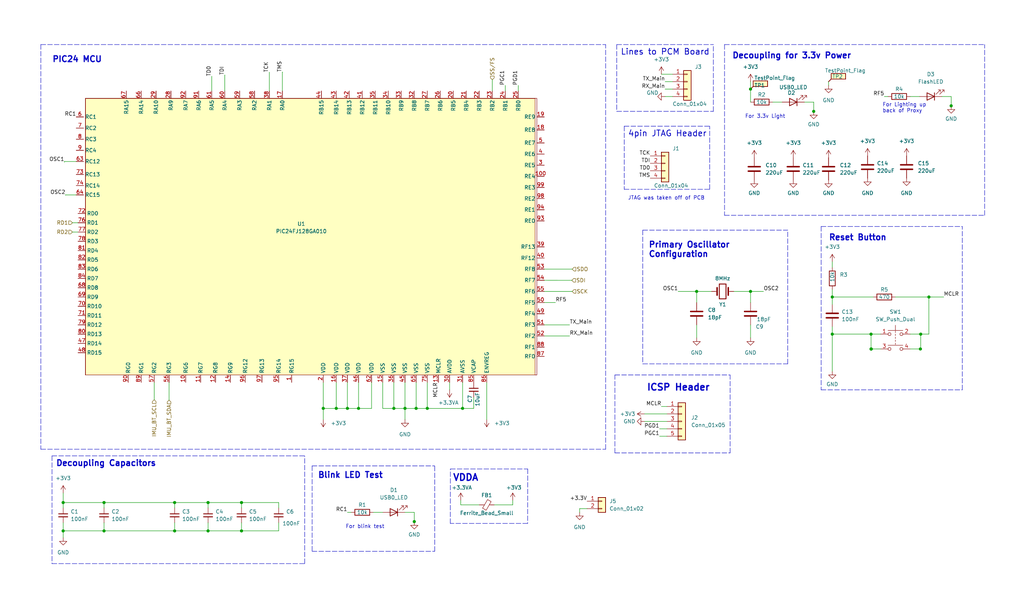
<source format=kicad_sch>
(kicad_sch (version 20211123) (generator eeschema)
  (paper "User" 350.012 210.007)
  (title_block (comment 1 "This sheet holds all the perpherial and required circuitry for PIC24 operations"))
  (lib_symbols
    (symbol "Connector:TestPoint_Flag" (pin_numbers hide) (pin_names (offset 0.762) hide)
      (property "Reference" "TP" (at 3.429 1.778 0))
      (property "Value" "TestPoint_Flag" (at 3.302 4.191 0))
      (symbol "TestPoint_Flag_0_1"
        (polyline (pts (xy 0 0) (xy 0.889 0.889)) (stroke (width 0.254)))
        (rectangle (start 0.889 2.794) (end 5.842 0.889) (stroke (width 0.254)) (fill (type background)))
      )
      (symbol "TestPoint_Flag_1_1"
        (pin passive line (at 0 0 90) (length 0) (name "1") (number "1"))
      )
    )
    (symbol "Connector_Generic:Conn_01x02" (pin_names (offset 1.016) hide)
      (property "Reference" "J" (at 0 2.54 0))
      (property "Value" "Conn_01x02" (at 0 -5.08 0))
      (symbol "Conn_01x02_1_1"
        (rectangle (start -1.27 -2.413) (end 0 -2.667) (stroke (width 0.1524)))
        (rectangle (start -1.27 0.127) (end 0 -0.127) (stroke (width 0.1524)))
        (rectangle (start -1.27 1.27) (end 1.27 -3.81) (stroke (width 0.254)) (fill (type background)))
        (pin passive line (at -5.08 0 0) (length 3.81) (name "Pin_1") (number "1"))
        (pin passive line (at -5.08 -2.54 0) (length 3.81) (name "Pin_2") (number "2"))
      )
    )
    (symbol "Connector_Generic:Conn_01x04" (pin_names (offset 1.016) hide)
      (property "Reference" "J" (at 0 5.08 0))
      (property "Value" "Conn_01x04" (at 0 -7.62 0))
      (symbol "Conn_01x04_1_1"
        (rectangle (start -1.27 -4.953) (end 0 -5.207) (stroke (width 0.1524)))
        (rectangle (start -1.27 -2.413) (end 0 -2.667) (stroke (width 0.1524)))
        (rectangle (start -1.27 0.127) (end 0 -0.127) (stroke (width 0.1524)))
        (rectangle (start -1.27 2.667) (end 0 2.413) (stroke (width 0.1524)))
        (rectangle (start -1.27 3.81) (end 1.27 -6.35) (stroke (width 0.254)) (fill (type background)))
        (pin passive line (at -5.08 2.54 0) (length 3.81) (name "Pin_1") (number "1"))
        (pin passive line (at -5.08 0 0) (length 3.81) (name "Pin_2") (number "2"))
        (pin passive line (at -5.08 -2.54 0) (length 3.81) (name "Pin_3") (number "3"))
        (pin passive line (at -5.08 -5.08 0) (length 3.81) (name "Pin_4") (number "4"))
      )
    )
    (symbol "Connector_Generic:Conn_01x05" (pin_names (offset 1.016) hide)
      (property "Reference" "J" (at 0 7.62 0))
      (property "Value" "Conn_01x05" (at 0 -7.62 0))
      (symbol "Conn_01x05_1_1"
        (rectangle (start -1.27 -4.953) (end 0 -5.207) (stroke (width 0.1524)))
        (rectangle (start -1.27 -2.413) (end 0 -2.667) (stroke (width 0.1524)))
        (rectangle (start -1.27 0.127) (end 0 -0.127) (stroke (width 0.1524)))
        (rectangle (start -1.27 2.667) (end 0 2.413) (stroke (width 0.1524)))
        (rectangle (start -1.27 5.207) (end 0 4.953) (stroke (width 0.1524)))
        (rectangle (start -1.27 6.35) (end 1.27 -6.35) (stroke (width 0.254)) (fill (type background)))
        (pin passive line (at -5.08 5.08 0) (length 3.81) (name "Pin_1") (number "1"))
        (pin passive line (at -5.08 2.54 0) (length 3.81) (name "Pin_2") (number "2"))
        (pin passive line (at -5.08 0 0) (length 3.81) (name "Pin_3") (number "3"))
        (pin passive line (at -5.08 -2.54 0) (length 3.81) (name "Pin_4") (number "4"))
        (pin passive line (at -5.08 -5.08 0) (length 3.81) (name "Pin_5") (number "5"))
      )
    )
    (symbol "Device:C" (pin_numbers hide) (pin_names (offset 0.254))
      (property "Reference" "C" (at 0.635 2.54 0))
      (property "Value" "C" (at 0.635 -2.54 0))
      (symbol "C_0_1"
        (polyline (pts (xy -2.032 -0.762) (xy 2.032 -0.762)) (stroke (width 0.508)))
        (polyline (pts (xy -2.032 0.762) (xy 2.032 0.762)) (stroke (width 0.508)))
      )
      (symbol "C_1_1"
        (pin passive line (at 0 3.81 270) (length 2.794) (name "~") (number "1"))
        (pin passive line (at 0 -3.81 90) (length 2.794) (name "~") (number "2"))
      )
    )
    (symbol "Device:C_Small" (pin_numbers hide) (pin_names (offset 0.254) hide)
      (property "Reference" "C" (at 0.254 1.778 0))
      (property "Value" "C_Small" (at 0.254 -2.032 0))
      (symbol "C_Small_0_1"
        (polyline (pts (xy -1.524 -0.508) (xy 1.524 -0.508)) (stroke (width 0.3302)))
        (polyline (pts (xy -1.524 0.508) (xy 1.524 0.508)) (stroke (width 0.3048)))
      )
      (symbol "C_Small_1_1"
        (pin passive line (at 0 2.54 270) (length 2.032) (name "~") (number "1"))
        (pin passive line (at 0 -2.54 90) (length 2.032) (name "~") (number "2"))
      )
    )
    (symbol "Device:Crystal" (pin_numbers hide) (pin_names (offset 1.016) hide)
      (property "Reference" "Y" (at 0 3.81 0))
      (property "Value" "Crystal" (at 0 -3.81 0))
      (symbol "Crystal_0_1"
        (rectangle (start -1.143 2.54) (end 1.143 -2.54) (stroke (width 0.3048)))
        (polyline (pts (xy -2.54 0) (xy -1.905 0)))
        (polyline (pts (xy -1.905 -1.27) (xy -1.905 1.27)) (stroke (width 0.508)))
        (polyline (pts (xy 1.905 -1.27) (xy 1.905 1.27)) (stroke (width 0.508)))
        (polyline (pts (xy 2.54 0) (xy 1.905 0)))
      )
      (symbol "Crystal_1_1"
        (pin passive line (at -3.81 0 0) (length 1.27) (name "1") (number "1"))
        (pin passive line (at 3.81 0 180) (length 1.27) (name "2") (number "2"))
      )
    )
    (symbol "Device:Ferrite_Bead_Small" (pin_numbers hide) (pin_names (offset 0))
      (property "Reference" "FB" (at 1.905 1.27 0))
      (property "Value" "Device_Ferrite_Bead_Small" (at 1.905 -1.27 0))
      (symbol "Ferrite_Bead_Small_0_1"
        (polyline (pts (xy 0 -1.27) (xy 0 -0.7874)))
        (polyline (pts (xy 0 0.889) (xy 0 1.2954)))
        (polyline (pts (xy -1.8288 0.2794) (xy -1.1176 1.4986) (xy 1.8288 -0.2032) (xy 1.1176 -1.4224) (xy -1.8288 0.2794)))
      )
      (symbol "Ferrite_Bead_Small_1_1"
        (pin passive line (at 0 2.54 270) (length 1.27) (name "~") (number "1"))
        (pin passive line (at 0 -2.54 90) (length 1.27) (name "~") (number "2"))
      )
    )
    (symbol "Device:LED" (pin_numbers hide) (pin_names (offset 1.016) hide)
      (property "Reference" "D" (at 0 2.54 0))
      (property "Value" "LED" (at 0 -2.54 0))
      (symbol "LED_0_1"
        (polyline (pts (xy -1.27 -1.27) (xy -1.27 1.27)) (stroke (width 0.254)))
        (polyline (pts (xy -1.27 0) (xy 1.27 0)))
        (polyline (pts (xy 1.27 -1.27) (xy 1.27 1.27) (xy -1.27 0) (xy 1.27 -1.27)) (stroke (width 0.254)))
        (polyline (pts (xy -3.048 -0.762) (xy -4.572 -2.286) (xy -3.81 -2.286) (xy -4.572 -2.286) (xy -4.572 -1.524)))
        (polyline (pts (xy -1.778 -0.762) (xy -3.302 -2.286) (xy -2.54 -2.286) (xy -3.302 -2.286) (xy -3.302 -1.524)))
      )
      (symbol "LED_1_1"
        (pin passive line (at -3.81 0 0) (length 2.54) (name "K") (number "1"))
        (pin passive line (at 3.81 0 180) (length 2.54) (name "A") (number "2"))
      )
    )
    (symbol "Device:R" (pin_numbers hide) (pin_names (offset 0))
      (property "Reference" "R" (at 2.032 0 90))
      (property "Value" "R" (at 0 0 90))
      (symbol "R_0_1"
        (rectangle (start -1.016 -2.54) (end 1.016 2.54) (stroke (width 0.254)))
      )
      (symbol "R_1_1"
        (pin passive line (at 0 3.81 270) (length 1.27) (name "~") (number "1"))
        (pin passive line (at 0 -3.81 90) (length 1.27) (name "~") (number "2"))
      )
    )
    (symbol "PIC24_AddedMCU:PIC24FJ128GA010"
      (property "Reference" "U" (at -0.635 1.905 0))
      (property "Value" "PIC24FJ128GA010" (at -0.635 -1.905 0))
      (symbol "PIC24FJ128GA010_0_1"
        (rectangle (start -73.66 45.085) (end 80.01 -49.53) (fill (type background)))
        (rectangle (start -73.66 45.085) (end 80.645 -49.53))
      )
      (symbol "PIC24FJ128GA010_1_1"
        (pin unspecified line (at -3.175 -52.07 90) (length 2.54) (name "RG15") (number "1"))
        (pin unspecified line (at -39.37 -52.07 90) (length 2.54) (name "RG6") (number "10"))
        (pin unspecified line (at 83.185 18.415 180) (length 2.54) (name "RE4") (number "100"))
        (pin unspecified line (at -34.29 -52.07 90) (length 2.54) (name "RG7") (number "11"))
        (pin unspecified line (at -29.21 -52.07 90) (length 2.54) (name "RG8") (number "12"))
        (pin unspecified line (at 46.99 -52.07 90) (length 2.54) (name "MCLR") (number "13"))
        (pin unspecified line (at -24.13 -52.07 90) (length 2.54) (name "RG9") (number "14"))
        (pin unspecified line (at 27.94 -52.07 90) (length 2.54) (name "VSS") (number "15"))
        (pin unspecified line (at 12.065 -52.07 90) (length 2.54) (name "VDD") (number "16"))
        (pin unspecified line (at -6.35 47.625 270) (length 2.54) (name "RA0") (number "17"))
        (pin unspecified line (at 83.185 34.29 180) (length 2.54) (name "RE8") (number "18"))
        (pin unspecified line (at 83.185 38.735 180) (length 2.54) (name "RE9") (number "19"))
        (pin unspecified line (at 7.62 -52.07 90) (length 2.54) (name "VDD") (number "2"))
        (pin unspecified line (at 52.07 47.625 270) (length 2.54) (name "RB5") (number "20"))
        (pin unspecified line (at 56.515 47.625 270) (length 2.54) (name "RB4") (number "21"))
        (pin unspecified line (at 60.96 47.625 270) (length 2.54) (name "RB3") (number "22"))
        (pin unspecified line (at 65.405 47.625 270) (length 2.54) (name "RB2") (number "23"))
        (pin unspecified line (at 69.85 47.625 270) (length 2.54) (name "RB1") (number "24"))
        (pin unspecified line (at 74.295 47.625 270) (length 2.54) (name "RB0") (number "25"))
        (pin unspecified line (at 47.625 47.625 270) (length 2.54) (name "RB6") (number "26"))
        (pin unspecified line (at 43.18 47.625 270) (length 2.54) (name "RB7") (number "27"))
        (pin unspecified line (at -44.45 47.625 270) (length 2.54) (name "RA9") (number "28"))
        (pin unspecified line (at -49.53 47.625 270) (length 2.54) (name "RA10") (number "29"))
        (pin unspecified line (at 83.185 22.225 180) (length 2.54) (name "RE5") (number "3"))
        (pin unspecified line (at 50.8 -52.07 90) (length 2.54) (name "AVDD") (number "30"))
        (pin unspecified line (at 55.245 -52.07 90) (length 2.54) (name "AVSS") (number "31"))
        (pin unspecified line (at 38.735 47.625 270) (length 2.54) (name "RB8") (number "32"))
        (pin unspecified line (at 34.29 47.625 270) (length 2.54) (name "RB9") (number "33"))
        (pin unspecified line (at 29.845 47.625 270) (length 2.54) (name "RB10") (number "34"))
        (pin unspecified line (at 25.4 47.625 270) (length 2.54) (name "RB11") (number "35"))
        (pin unspecified line (at 31.75 -52.07 90) (length 2.54) (name "VSS") (number "36"))
        (pin unspecified line (at 15.875 -52.07 90) (length 2.54) (name "VDD") (number "37"))
        (pin unspecified line (at -10.795 47.625 270) (length 2.54) (name "RA1") (number "38"))
        (pin unspecified line (at 83.185 -5.715 180) (length 2.54) (name "RF13") (number "39"))
        (pin unspecified line (at 83.185 26.035 180) (length 2.54) (name "RE6") (number "4"))
        (pin unspecified line (at 83.185 -9.525 180) (length 2.54) (name "RF12") (number "40"))
        (pin unspecified line (at 20.955 47.625 270) (length 2.54) (name "RB12") (number "41"))
        (pin unspecified line (at 16.51 47.625 270) (length 2.54) (name "RB13") (number "42"))
        (pin unspecified line (at 12.065 47.625 270) (length 2.54) (name "RB14") (number "43"))
        (pin unspecified line (at 6.985 47.625 270) (length 2.54) (name "RB15") (number "44"))
        (pin unspecified line (at 35.56 -52.07 90) (length 2.54) (name "VSS") (number "45"))
        (pin unspecified line (at 19.685 -52.07 90) (length 2.54) (name "VDD") (number "46"))
        (pin unspecified line (at -76.2 -38.735 0) (length 2.54) (name "RD14") (number "47"))
        (pin unspecified line (at -76.2 -41.91 0) (length 2.54) (name "RD15") (number "48"))
        (pin unspecified line (at 83.185 -28.575 180) (length 2.54) (name "RF4") (number "49"))
        (pin unspecified line (at 83.185 29.845 180) (length 2.54) (name "RE7") (number "5"))
        (pin unspecified line (at 83.185 -24.765 180) (length 2.54) (name "RF5") (number "50"))
        (pin unspecified line (at 83.185 -32.385 180) (length 2.54) (name "RF3") (number "51"))
        (pin unspecified line (at 83.185 -36.195 180) (length 2.54) (name "RF2") (number "52"))
        (pin unspecified line (at 83.185 -13.335 180) (length 2.54) (name "RF8") (number "53"))
        (pin unspecified line (at 83.185 -17.145 180) (length 2.54) (name "RF7") (number "54"))
        (pin unspecified line (at 83.185 -20.955 180) (length 2.54) (name "RF6") (number "55"))
        (pin unspecified line (at -45.085 -52.07 90) (length 2.54) (name "RG3") (number "56"))
        (pin unspecified line (at -50.165 -52.07 90) (length 2.54) (name "RG2") (number "57"))
        (pin unspecified line (at -15.875 47.625 270) (length 2.54) (name "RA2") (number "58"))
        (pin unspecified line (at -20.955 47.625 270) (length 2.54) (name "RA3") (number "59"))
        (pin unspecified line (at -76.835 38.735 0) (length 2.54) (name "RC1") (number "6"))
        (pin unspecified line (at -26.035 47.625 270) (length 2.54) (name "RA4") (number "60"))
        (pin unspecified line (at -30.48 47.625 270) (length 2.54) (name "RA5") (number "61"))
        (pin unspecified line (at 24.13 -52.07 90) (length 2.54) (name "VDD") (number "62"))
        (pin unspecified line (at -76.835 23.495 0) (length 2.54) (name "RC12") (number "63"))
        (pin unspecified line (at -76.835 12.065 0) (length 2.54) (name "RC15") (number "64"))
        (pin unspecified line (at 39.37 -52.07 90) (length 2.54) (name "VSS") (number "65"))
        (pin unspecified line (at -54.61 47.625 270) (length 2.54) (name "RA14") (number "66"))
        (pin unspecified line (at -59.69 47.625 270) (length 2.54) (name "RA15") (number "67"))
        (pin unspecified line (at -76.2 -19.685 0) (length 2.54) (name "RD8") (number "68"))
        (pin unspecified line (at -76.2 -22.86 0) (length 2.54) (name "RD9") (number "69"))
        (pin unspecified line (at -76.835 34.925 0) (length 2.54) (name "RC2") (number "7"))
        (pin unspecified line (at -76.2 -26.035 0) (length 2.54) (name "RD10") (number "70"))
        (pin unspecified line (at -76.2 -29.21 0) (length 2.54) (name "RD11") (number "71"))
        (pin unspecified line (at -76.2 5.715 0) (length 2.54) (name "RD0") (number "72"))
        (pin unspecified line (at -76.835 19.05 0) (length 2.54) (name "RC13") (number "73"))
        (pin unspecified line (at -76.835 15.24 0) (length 2.54) (name "RC14") (number "74"))
        (pin unspecified line (at 43.18 -52.07 90) (length 2.54) (name "VSS") (number "75"))
        (pin unspecified line (at -76.2 2.54 0) (length 2.54) (name "RD1") (number "76"))
        (pin unspecified line (at -76.2 -0.635 0) (length 2.54) (name "RD2") (number "77"))
        (pin unspecified line (at -76.2 -3.81 0) (length 2.54) (name "RD3") (number "78"))
        (pin unspecified line (at -76.2 -32.385 0) (length 2.54) (name "RD12") (number "79"))
        (pin unspecified line (at -76.835 31.115 0) (length 2.54) (name "RC3") (number "8"))
        (pin unspecified line (at -76.2 -35.56 0) (length 2.54) (name "RD13") (number "80"))
        (pin unspecified line (at -76.2 -6.985 0) (length 2.54) (name "RD4") (number "81"))
        (pin unspecified line (at -76.2 -10.16 0) (length 2.54) (name "RD5") (number "82"))
        (pin unspecified line (at -76.2 -13.335 0) (length 2.54) (name "RD6") (number "83"))
        (pin unspecified line (at -76.2 -16.51 0) (length 2.54) (name "RD7") (number "84"))
        (pin unspecified line (at 59.055 -52.07 90) (length 2.54) (name "VCAP") (number "85"))
        (pin unspecified line (at 63.5 -52.07 90) (length 2.54) (name "ENVREG") (number "86"))
        (pin unspecified line (at 83.185 -43.18 180) (length 2.54) (name "RF0") (number "87"))
        (pin unspecified line (at 83.185 -40.005 180) (length 2.54) (name "RF1") (number "88"))
        (pin unspecified line (at -54.61 -52.07 90) (length 2.54) (name "RG1") (number "89"))
        (pin unspecified line (at -76.835 27.305 0) (length 2.54) (name "RC4") (number "9"))
        (pin unspecified line (at -59.055 -52.07 90) (length 2.54) (name "RG0") (number "90"))
        (pin unspecified line (at -34.925 47.625 270) (length 2.54) (name "RA6") (number "91"))
        (pin unspecified line (at -39.37 47.625 270) (length 2.54) (name "RA7") (number "92"))
        (pin unspecified line (at 83.185 3.175 180) (length 2.54) (name "RE0") (number "93"))
        (pin unspecified line (at 83.185 6.985 180) (length 2.54) (name "RE1") (number "94"))
        (pin unspecified line (at -7.62 -52.07 90) (length 2.54) (name "RG14") (number "95"))
        (pin unspecified line (at -19.05 -52.07 90) (length 2.54) (name "RG12") (number "96"))
        (pin unspecified line (at -13.335 -52.07 90) (length 2.54) (name "RG13") (number "97"))
        (pin unspecified line (at 83.185 10.795 180) (length 2.54) (name "RE2") (number "98"))
        (pin unspecified line (at 83.185 14.605 180) (length 2.54) (name "RE3") (number "99"))
      )
    )
    (symbol "Switch:SW_Push_Dual" (pin_names (offset 1.016) hide)
      (property "Reference" "SW" (at 1.27 2.54 0))
      (property "Value" "SW_Push_Dual" (at 0 -6.858 0))
      (symbol "SW_Push_Dual_0_1"
        (circle (center -2.032 -5.08) (radius 0.508))
        (circle (center -2.032 0) (radius 0.508))
        (polyline (pts (xy 0 -3.048) (xy 0 -3.556)))
        (polyline (pts (xy 0 -2.032) (xy 0 -2.54)))
        (polyline (pts (xy 0 -1.524) (xy 0 -1.016)))
        (polyline (pts (xy 0 -0.508) (xy 0 0)))
        (polyline (pts (xy 0 0.508) (xy 0 1.016)))
        (polyline (pts (xy 0 1.27) (xy 0 3.048)))
        (polyline (pts (xy 2.54 -3.81) (xy -2.54 -3.81)))
        (polyline (pts (xy 2.54 1.27) (xy -2.54 1.27)))
        (circle (center 2.032 -5.08) (radius 0.508))
        (circle (center 2.032 0) (radius 0.508))
        (pin passive line (at -5.08 0 0) (length 2.54) (name "1") (number "1"))
        (pin passive line (at 5.08 0 180) (length 2.54) (name "2") (number "2"))
        (pin passive line (at -5.08 -5.08 0) (length 2.54) (name "3") (number "3"))
        (pin passive line (at 5.08 -5.08 180) (length 2.54) (name "4") (number "4"))
      )
    )
    (symbol "power:+3.3V" (power) (pin_names (offset 0))
      (property "Value" "+3.3V" (at 0 3.556 0))
      (symbol "+3.3V_0_1"
        (polyline (pts (xy -0.762 1.27) (xy 0 2.54)))
        (polyline (pts (xy 0 0) (xy 0 2.54)))
        (polyline (pts (xy 0 2.54) (xy 0.762 1.27)))
      )
      (symbol "+3.3V_1_1"
        (pin power_in line (at 0 0 90) (length 0) hide (name "+3V3") (number "1"))
      )
    )
    (symbol "power:+3.3VA" (power) (pin_names (offset 0))
      (property "Value" "+3.3VA" (at 0 3.556 0))
      (symbol "+3.3VA_0_1"
        (polyline (pts (xy -0.762 1.27) (xy 0 2.54)))
        (polyline (pts (xy 0 0) (xy 0 2.54)))
        (polyline (pts (xy 0 2.54) (xy 0.762 1.27)))
      )
      (symbol "+3.3VA_1_1"
        (pin power_in line (at 0 0 90) (length 0) hide (name "+3.3VA") (number "1"))
      )
    )
    (symbol "power:GND" (power) (pin_names (offset 0))
      (property "Value" "GND" (at 0 -3.81 0))
      (symbol "GND_0_1"
        (polyline (pts (xy 0 0) (xy 0 -1.27) (xy 1.27 -1.27) (xy 0 -2.54) (xy -1.27 -1.27) (xy 0 -1.27)))
      )
      (symbol "GND_1_1"
        (pin power_in line (at 0 0 270) (length 0) hide (name "GND") (number "1"))
      )
    )
  )
  (junction (at 297.7299 114.3))
  (junction (at 59.69 181.61))
  (junction (at 71.12 181.61))
  (junction (at 21.59 181.61))
  (junction (at 158.115 139.7))
  (junction (at 110.49 139.7))
  (junction (at 284.48 101.6))
  (junction (at 314.5968 119.38))
  (junction (at 238.125 99.695))
  (junction (at 71.12 171.9164))
  (junction (at 35.56 181.61))
  (junction (at 317.5 101.6))
  (junction (at 256.54 99.695))
  (junction (at 82.55 171.9164))
  (junction (at 146.05 139.7))
  (junction (at 297.7299 119.3891))
  (junction (at 134.62 139.7))
  (junction (at 114.935 139.7))
  (junction (at 314.7 114.3))
  (junction (at 21.59 171.9164))
  (junction (at 297.815 119.3891))
  (junction (at 141.605 178.435))
  (junction (at 118.745 139.7))
  (junction (at 82.55 181.61))
  (junction (at 278.13 38.1))
  (junction (at 256.54 30.48))
  (junction (at 325.12 36.195))
  (junction (at 122.555 139.7))
  (junction (at 284.48 114.3))
  (junction (at 59.69 171.9164))
  (junction (at 138.43 139.7))
  (junction (at 35.56 171.9164))
  (junction (at 142.24 139.7))
  (wire (pts (xy 95.25 181.61) (xy 82.55 181.61)))
  (wire (pts (xy 35.56 173.7449) (xy 35.56 171.9164)))
  (wire (pts (xy 71.12 173.7449) (xy 71.12 171.9164)))
  (polyline (pts (xy 148.59 188.595) (xy 148.59 159.385)))
  (wire (pts (xy 26.035 66.675) (xy 22.3774 66.675)))
  (wire (pts (xy 284.48 101.6) (xy 284.48 104.14)))
  (wire (pts (xy 138.43 139.7) (xy 138.43 143.51)))
  (polyline (pts (xy 210.185 154.94) (xy 210.185 128.27)))
  (polyline (pts (xy 104.14 192.7949) (xy 104.14 155.9649)))
  (polyline (pts (xy 247.65 15.24) (xy 336.55 15.24)))
  (wire (pts (xy 130.81 130.81) (xy 130.81 139.7)))
  (wire (pts (xy 189.865 103.505) (xy 186.055 103.505)))
  (wire (pts (xy 96.52 31.115) (xy 96.52 24.6634)))
  (wire (pts (xy 278.1299 34.925) (xy 278.1299 38.1)))
  (wire (pts (xy 225.425 149.225) (xy 227.965 149.225)))
  (wire (pts (xy 278.1299 38.1) (xy 278.13 38.1)))
  (polyline (pts (xy 210.82 38.1) (xy 243.84 38.1)))
  (polyline (pts (xy 210.82 15.24) (xy 210.82 38.1)))
  (wire (pts (xy 76.835 31.115) (xy 76.835 25.6794)))
  (wire (pts (xy 35.56 181.61) (xy 59.69 181.61)))
  (wire (pts (xy 110.49 139.7) (xy 114.935 139.7)))
  (wire (pts (xy 284.48 99.06) (xy 284.48 101.6)))
  (wire (pts (xy 52.705 136.75) (xy 52.705 130.81)))
  (wire (pts (xy 284.48 111.76) (xy 284.48 114.3)))
  (polyline (pts (xy 13.97 15.24) (xy 13.97 153.67)))
  (polyline (pts (xy 328.93 133.35) (xy 328.93 77.47)))
  (wire (pts (xy 71.12 171.9164) (xy 59.69 171.9164)))
  (wire (pts (xy 314.7 114.3) (xy 314.7 119.38)))
  (wire (pts (xy 57.785 136.8677) (xy 57.785 130.81)))
  (wire (pts (xy 198.12 175.26) (xy 198.12 173.99)))
  (wire (pts (xy 92.075 24.765) (xy 92.0242 24.765)))
  (wire (pts (xy 24.765 76.2) (xy 26.67 76.2)))
  (polyline (pts (xy 207.01 153.67) (xy 207.01 15.24)))
  (wire (pts (xy 172.72 29.21) (xy 172.72 31.115)))
  (wire (pts (xy 127.635 175.26) (xy 130.81 175.26)))
  (wire (pts (xy 141.6049 175.26) (xy 141.6049 178.435)))
  (wire (pts (xy 317.5 101.6) (xy 322.58 101.6)))
  (wire (pts (xy 238.125 99.695) (xy 238.125 103.505)))
  (wire (pts (xy 59.69 173.7449) (xy 59.69 171.9164)))
  (wire (pts (xy 317.5 114.3) (xy 317.5 101.6)))
  (polyline (pts (xy 153.9655 160.4381) (xy 180.3815 160.4381)))
  (wire (pts (xy 157.48 172.72) (xy 163.83 172.72)))
  (polyline (pts (xy 249.555 154.94) (xy 249.555 128.27)))
  (polyline (pts (xy 210.185 128.27) (xy 249.555 128.27)))
  (wire (pts (xy 138.43 175.26) (xy 141.6049 175.26)))
  (wire (pts (xy 256.54 99.695) (xy 260.985 99.695)))
  (wire (pts (xy 71.12 178.8249) (xy 71.12 181.61)))
  (wire (pts (xy 21.59 168.6649) (xy 21.59 171.9164)))
  (polyline (pts (xy 247.65 73.66) (xy 336.55 73.66)))
  (wire (pts (xy 186.055 99.695) (xy 195.58 99.695)))
  (polyline (pts (xy 106.68 159.385) (xy 106.68 188.595)))
  (wire (pts (xy 314.7 119.38) (xy 314.5968 119.38)))
  (polyline (pts (xy 242.57 64.77) (xy 242.57 43.18)))
  (wire (pts (xy 127 130.81) (xy 127 139.7)))
  (wire (pts (xy 82.55 173.7449) (xy 82.55 171.9164)))
  (wire (pts (xy 114.935 130.81) (xy 114.935 139.7)))
  (wire (pts (xy 225.425 146.685) (xy 227.965 146.685)))
  (wire (pts (xy 82.55 178.8249) (xy 82.55 181.61)))
  (polyline (pts (xy 219.71 78.74) (xy 219.71 124.46)))
  (wire (pts (xy 298.45 101.6) (xy 284.48 101.6)))
  (wire (pts (xy 157.48 172.72) (xy 157.48 171.196)))
  (wire (pts (xy 130.81 139.7) (xy 134.62 139.7)))
  (wire (pts (xy 194.691 114.935) (xy 186.055 114.935)))
  (wire (pts (xy 161.925 139.7) (xy 158.115 139.7)))
  (polyline (pts (xy 13.97 15.24) (xy 207.01 15.24)))
  (wire (pts (xy 168.275 27.2821) (xy 168.275 31.115)))
  (wire (pts (xy 311.15 119.38) (xy 314.5968 119.38)))
  (polyline (pts (xy 213.36 43.18) (xy 242.57 43.18)))
  (wire (pts (xy 146.05 130.81) (xy 146.05 139.7)))
  (wire (pts (xy 194.691 111.125) (xy 186.055 111.125)))
  (polyline (pts (xy 210.82 15.24) (xy 243.84 15.24)))
  (wire (pts (xy 311.15 114.3) (xy 314.7 114.3)))
  (wire (pts (xy 35.56 171.9164) (xy 59.69 171.9164)))
  (polyline (pts (xy 17.78 155.9649) (xy 104.14 155.9649)))
  (wire (pts (xy 24.765 79.375) (xy 26.67 79.375)))
  (wire (pts (xy 161.925 135.89) (xy 161.925 139.7)))
  (wire (pts (xy 238.125 111.125) (xy 238.125 115.57)))
  (wire (pts (xy 138.43 139.7) (xy 142.24 139.7)))
  (wire (pts (xy 110.49 130.81) (xy 110.49 139.7)))
  (polyline (pts (xy 243.84 38.1) (xy 243.84 15.24)))
  (polyline (pts (xy 180.34 179.07) (xy 153.924 179.07)))
  (wire (pts (xy 297.7299 114.3) (xy 300.99 114.3)))
  (wire (pts (xy 231.775 99.695) (xy 238.125 99.695)))
  (wire (pts (xy 256.54 111.125) (xy 256.54 115.57)))
  (wire (pts (xy 186.055 95.885) (xy 195.4497 95.8967)))
  (wire (pts (xy 72.39 26.1366) (xy 72.4154 26.1366)))
  (wire (pts (xy 284.48 114.3) (xy 297.7299 114.3)))
  (polyline (pts (xy 280.67 133.35) (xy 328.93 133.35)))
  (wire (pts (xy 122.555 130.81) (xy 122.555 139.7)))
  (wire (pts (xy 21.59 171.9164) (xy 21.59 173.7449)))
  (wire (pts (xy 142.24 139.7) (xy 146.05 139.7)))
  (wire (pts (xy 284.48 89.535) (xy 284.48 91.44)))
  (wire (pts (xy 168.91 172.72) (xy 175.26 172.72)))
  (wire (pts (xy 21.59 178.8249) (xy 21.59 181.61)))
  (wire (pts (xy 175.26 172.72) (xy 175.26 171.196)))
  (wire (pts (xy 186.055 92.075) (xy 195.58 92.075)))
  (wire (pts (xy 21.59 181.61) (xy 21.59 183.9049)))
  (wire (pts (xy 138.43 130.81) (xy 138.43 139.7)))
  (wire (pts (xy 177.165 29.21) (xy 177.165 31.115)))
  (wire (pts (xy 95.25 173.7449) (xy 95.25 171.9164)))
  (polyline (pts (xy 17.78 155.9649) (xy 17.78 192.7949)))
  (wire (pts (xy 122.555 139.7) (xy 127 139.7)))
  (polyline (pts (xy 219.71 124.46) (xy 269.24 124.46)))
  (wire (pts (xy 118.745 175.26) (xy 120.015 175.26)))
  (wire (pts (xy 95.25 178.8249) (xy 95.25 181.61)))
  (wire (pts (xy 72.39 31.115) (xy 72.39 26.1366)))
  (wire (pts (xy 297.7299 114.3) (xy 297.7299 119.3891)))
  (wire (pts (xy 141.6049 178.435) (xy 141.605 178.435)))
  (wire (pts (xy 220.345 141.605) (xy 227.965 141.605)))
  (polyline (pts (xy 210.185 154.94) (xy 249.555 154.94)))
  (polyline (pts (xy 180.3815 160.4381) (xy 180.34 179.07)))
  (polyline (pts (xy 336.55 73.66) (xy 336.55 15.24)))
  (polyline (pts (xy 219.71 78.74) (xy 269.24 78.74)))
  (polyline (pts (xy 280.67 77.47) (xy 328.93 77.47)))
  (wire (pts (xy 238.125 99.695) (xy 243.205 99.695)))
  (wire (pts (xy 227.33 30.48) (xy 229.87 30.48)))
  (wire (pts (xy 134.62 130.81) (xy 134.62 139.7)))
  (wire (pts (xy 35.56 178.8249) (xy 35.56 181.61)))
  (wire (pts (xy 142.24 130.81) (xy 142.24 139.7)))
  (wire (pts (xy 59.69 178.8249) (xy 59.69 181.61)))
  (wire (pts (xy 92.075 31.115) (xy 92.075 24.765)))
  (wire (pts (xy 220.345 144.145) (xy 227.965 144.145)))
  (wire (pts (xy 146.05 139.7) (xy 158.115 139.7)))
  (polyline (pts (xy 247.65 15.24) (xy 247.65 73.66)))
  (wire (pts (xy 114.935 139.7) (xy 118.745 139.7)))
  (wire (pts (xy 118.745 139.7) (xy 122.555 139.7)))
  (wire (pts (xy 314.7 114.3) (xy 317.5 114.3)))
  (polyline (pts (xy 280.67 77.47) (xy 280.67 133.35)))
  (wire (pts (xy 226.06 25.4) (xy 229.87 25.4)))
  (wire (pts (xy 274.955 34.925) (xy 278.1299 34.925)))
  (polyline (pts (xy 213.36 43.18) (xy 213.36 64.77)))
  (polyline (pts (xy 269.24 124.46) (xy 269.24 78.74)))
  (wire (pts (xy 325.1199 33.02) (xy 325.1199 36.195)))
  (wire (pts (xy 226.06 139.065) (xy 227.965 139.065)))
  (wire (pts (xy 118.745 130.81) (xy 118.745 139.7)))
  (wire (pts (xy 35.56 181.61) (xy 21.59 181.61)))
  (wire (pts (xy 22.3774 66.675) (xy 22.3774 66.7766)))
  (polyline (pts (xy 106.68 159.385) (xy 148.59 159.385)))
  (wire (pts (xy 325.1199 36.195) (xy 325.12 36.195)))
  (wire (pts (xy 300.99 119.38) (xy 297.815 119.3891)))
  (wire (pts (xy 35.56 171.9164) (xy 21.59 171.9164)))
  (wire (pts (xy 227.33 27.94) (xy 229.87 27.94)))
  (wire (pts (xy 71.12 181.61) (xy 59.69 181.61)))
  (wire (pts (xy 311.15 33.02) (xy 314.325 33.02)))
  (wire (pts (xy 96.52 24.6634) (xy 96.5962 24.6634)))
  (wire (pts (xy 26.035 55.245) (xy 22.0218 55.245)))
  (wire (pts (xy 134.62 139.7) (xy 138.43 139.7)))
  (wire (pts (xy 166.37 130.81) (xy 166.37 143.51)))
  (wire (pts (xy 22.0218 55.245) (xy 22.0218 55.499)))
  (wire (pts (xy 110.49 139.7) (xy 110.49 143.51)))
  (wire (pts (xy 82.55 171.9164) (xy 95.25 171.9164)))
  (wire (pts (xy 256.54 30.48) (xy 256.54 34.925)))
  (wire (pts (xy 321.945 33.02) (xy 325.1199 33.02)))
  (polyline (pts (xy 213.36 64.77) (xy 242.57 64.77)))
  (wire (pts (xy 227.33 33.02) (xy 229.87 33.02)))
  (wire (pts (xy 256.54 99.695) (xy 256.54 103.505)))
  (wire (pts (xy 264.16 34.925) (xy 267.335 34.925)))
  (wire (pts (xy 302.26 33.02) (xy 303.53 33.02)))
  (polyline (pts (xy 13.97 153.67) (xy 207.01 153.67)))
  (wire (pts (xy 198.12 173.99) (xy 200.66 173.99)))
  (wire (pts (xy 250.825 99.695) (xy 256.54 99.695)))
  (wire (pts (xy 153.67 130.81) (xy 153.67 133.35)))
  (wire (pts (xy 82.55 181.61) (xy 71.12 181.61)))
  (wire (pts (xy 283.21 27.94) (xy 283.21 29.21)))
  (wire (pts (xy 158.115 139.7) (xy 158.115 130.81)))
  (polyline (pts (xy 106.68 188.595) (xy 148.59 188.595)))
  (wire (pts (xy 71.12 171.9164) (xy 82.55 171.9164)))
  (polyline (pts (xy 17.78 192.7949) (xy 104.14 192.7949)))
  (polyline (pts (xy 153.924 179.07) (xy 153.9655 160.4381)))
  (wire (pts (xy 256.54 27.94) (xy 256.54 30.48)))
  (wire (pts (xy 76.835 25.6794) (xy 76.8858 25.6794)))
  (wire (pts (xy 297.7299 119.3891) (xy 297.815 119.3891)))
  (wire (pts (xy 284.48 114.3) (xy 284.48 127)))
  (wire (pts (xy 306.07 101.6) (xy 317.5 101.6)))
  (text "4pin JTAG Header\n" (at 214.63 46.99 0) (effects (font (size 2 2) (thickness 0.254) bold) (justify left bottom)))
  (text "PIC24 MCU" (at 17.78 21.59 0) (effects (font (size 2 2) (thickness 0.4) bold) (justify left bottom)))
  (text "For 3.3v Light" (at 254.635 40.64 0) (effects (font (size 1.27 1.27)) (justify left bottom)))
  (text "ICSP Header" (at 220.98 133.985 0) (effects (font (size 2.26 2.26) (thickness 0.452) bold) (justify left bottom)))
  (text "Primary Oscillator\nConfiguration\n" (at 221.615 88.265 0) (effects (font (size 2 2) (thickness 0.4) bold) (justify left bottom)))
  (text "VDDA" (at 154.686 164.846 0) (effects (font (size 2.2606 2.2606) (thickness 0.4521) bold) (justify left bottom)))
  (text "JTAG was taken off of PCB" (at 214.63 68.58 0) (effects (font (size 1.27 1.27)) (justify left bottom)))
  (text "For Lighting up \nback of Proxy\n" (at 301.625 38.735 0) (effects (font (size 1.27 1.27)) (justify left bottom)))
  (text "For blink test" (at 118.11 180.975 0) (effects (font (size 1.27 1.27)) (justify left bottom)))
  (text "Lines to PCM Board\n" (at 212.09 19.05 0) (effects (font (size 2 2) (thickness 0.254) bold) (justify left bottom)))
  (text "Decoupling Capacitors" (at 19.05 159.7749 0) (effects (font (size 2 2) (thickness 0.4) bold) (justify left bottom)))
  (text "Reset Button" (at 283.21 82.55 0) (effects (font (size 2 2) (thickness 0.4) bold) (justify left bottom)))
  (text "Blink LED Test" (at 108.585 163.83 0) (effects (font (size 2 2) (thickness 0.4) bold) (justify left bottom)))
  (text "Decoupling for 3.3v Power" (at 250.19 20.32 0) (effects (font (size 2 2) (thickness 0.4) bold) (justify left bottom)))
  (label "OSC2" (at 260.985 99.695 0))
  (label "TD0" (at 72.4154 26.1366 90))
  (label "TMS" (at 222.25 60.96 180))
  (label "TX_Main" (at 227.33 27.94 180))
  (label "RF5" (at 189.865 103.505 0))
  (label "RC1" (at 26.035 40.005 180))
  (label "MCLR" (at 226.06 139.065 180))
  (label "PGD1" (at 177.165 29.21 90))
  (label "MCLR" (at 149.86 130.81 270))
  (label "RX_Main" (at 194.691 114.935 0))
  (label "TCK" (at 222.25 53.34 180))
  (label "OSC1" (at 22.0218 55.499 180))
  (label "TCK" (at 92.0242 24.765 90))
  (label "TMS" (at 96.5962 24.6634 90))
  (label "PGC1" (at 172.72 29.21 90))
  (label "RF5" (at 302.26 33.02 180))
  (label "PGD1" (at 225.425 146.685 180))
  (label "PGC1" (at 225.425 149.225 180))
  (label "OSC2" (at 22.3774 66.7766 180))
  (label "RX_Main" (at 227.33 30.48 180))
  (label "TX_Main" (at 194.691 111.125 0))
  (label "RC1" (at 118.745 175.26 180))
  (label "TD0" (at 222.25 58.42 180))
  (label "TDI" (at 222.25 55.88 180))
  (label "TDI" (at 76.8858 25.6794 90))
  (label "+3.3V" (at 200.66 171.45 180))
  (label "MCLR" (at 322.58 101.6 0))
  (label "OSC1" (at 231.775 99.695 180))
  (hierarchical_label "IMU_BT_SDA" (shape input) (at 57.785 136.8677 270))
  (hierarchical_label "RD2" (shape input) (at 24.765 79.375 180))
  (hierarchical_label "SS{slash}FS" (shape input) (at 168.275 27.2821 90))
  (hierarchical_label "SDI" (shape input) (at 195.4497 95.8967 0))
  (hierarchical_label "SCK" (shape input) (at 195.58 99.695 0))
  (hierarchical_label "IMU_BT_SCL" (shape input) (at 52.705 136.75 270))
  (hierarchical_label "SDO" (shape input) (at 195.58 92.075 0))
  (hierarchical_label "RD1" (shape input) (at 24.765 76.2 180))
  (symbol (lib_id "power:+3.3V") (at 256.54 27.94 0) (unit 1)
    (property "Reference" "#PWR015" (effects hide))
    (property "Value" "+3.3V" (at 256.54 22.86 0))
  )
  (symbol (lib_id "power:+3.3V") (at 166.37 143.51 180) (unit 1)
    (property "Reference" "#PWR08" (effects hide))
    (property "Value" "+3.3V" (at 168.91 144.7799 0) (effects (justify right)))
  )
  (symbol (lib_id "power:GND") (at 283.21 29.21 0) (unit 1)
    (property "Reference" "#PWR?" (effects hide))
    (property "Value" "GND" (at 283.21 34.29 0))
  )
  (symbol (lib_id "Device:Ferrite_Bead_Small") (at 166.37 172.72 270) (unit 1)
    (property "Reference" "FB1" (at 166.37 169.418 90))
    (property "Value" "Ferrite_Bead_Small" (at 166.37 175.514 90))
    (property "Footprint" "Inductor_SMD:L_0805_2012Metric" (effects hide))
    (property "MPN" "ILBB0805ER121V" (effects hide))
  )
  (symbol (lib_id "power:GND") (at 238.125 115.57 0) (unit 1)
    (property "Reference" "#PWR014" (effects hide))
    (property "Value" "GND" (at 238.125 120.65 0))
  )
  (symbol (lib_id "Switch:SW_Push_Dual") (at 306.07 114.3 0) (unit 1)
    (property "Reference" "SW1" (at 306.07 106.68 0))
    (property "Value" "SW_Push_Dual" (at 306.07 109.22 0))
    (property "Footprint" "B3F-1000:SW_B3F-1000" (effects hide))
    (property "Datasheet" "https://omronfs.omron.com/en_US/ecb/products/pdf/en-b3f.pdf" (effects hide))
  )
  (symbol (lib_id "Device:C_Small") (at 35.56 176.2849 0) (unit 1)
    (property "Reference" "C2" (at 38.1 175.0211 0) (effects (justify left)))
    (property "Value" "100nF" (at 38.1 177.5611 0) (effects (justify left)))
    (property "Footprint" "Capacitor_SMD:C_0603_1608Metric" (effects hide))
  )
  (symbol (lib_id "Device:R") (at 284.48 95.25 0) (unit 1)
    (property "Reference" "R3" (at 287.02 93.9799 0) (effects (justify left)))
    (property "Value" "10k" (at 284.48 96.52 90) (effects (justify left)))
    (property "Footprint" "Resistor_SMD:R_0603_1608Metric" (effects hide))
  )
  (symbol (lib_id "Device:C") (at 238.125 107.315 180) (unit 1)
    (property "Reference" "C8" (at 241.935 106.0449 0) (effects (justify right)))
    (property "Value" "18pF" (at 241.935 108.5849 0) (effects (justify right)))
    (property "Footprint" "Capacitor_SMD:C_0603_1608Metric" (effects hide))
  )
  (symbol (lib_id "Device:C_Small") (at 71.12 176.2849 0) (unit 1)
    (property "Reference" "C4" (at 73.66 175.0211 0) (effects (justify left)))
    (property "Value" "100nF" (at 73.66 177.5611 0) (effects (justify left)))
    (property "Footprint" "Capacitor_SMD:C_0603_1608Metric" (effects hide))
  )
  (symbol (lib_id "Device:C") (at 283.21 57.785 0) (unit 1)
    (property "Reference" "C12" (at 287.02 56.5149 0) (effects (justify left)))
    (property "Value" "220uF" (at 287.02 59.0549 0) (effects (justify left)))
    (property "Footprint" "Capacitor_SMD:C_1210_3225Metric" (effects hide))
  )
  (symbol (lib_id "Device:C_Small") (at 82.55 176.2849 0) (unit 1)
    (property "Reference" "C5" (at 85.09 175.0211 0) (effects (justify left)))
    (property "Value" "100nF" (at 85.09 177.5611 0) (effects (justify left)))
    (property "Footprint" "Capacitor_SMD:C_0603_1608Metric" (effects hide))
  )
  (symbol (lib_id "power:+3.3V") (at 220.345 141.605 90) (unit 1)
    (property "Reference" "#PWR010" (effects hide))
    (property "Value" "+3.3V" (at 217.17 141.6049 90) (effects (justify left)))
  )
  (symbol (lib_id "Device:C_Small") (at 161.925 133.35 0) (unit 1)
    (property "Reference" "C7" (at 160.655 137.795 90) (effects (justify left)))
    (property "Value" "10uF" (at 163.195 139.065 90) (effects (justify left)))
    (property "Footprint" "Capacitor_SMD:C_0603_1608Metric" (effects hide))
  )
  (symbol (lib_id "Device:LED") (at 134.62 175.26 180) (unit 1)
    (property "Reference" "D1" (at 134.62 167.64 0))
    (property "Value" "USB0_LED" (at 134.62 170.18 0))
    (property "Footprint" "Diode_SMD:D_0603_1608Metric" (effects hide))
  )
  (symbol (lib_id "power:+3.3V") (at 226.06 25.4 0) (unit 1)
    (property "Reference" "#PWR012" (effects hide))
    (property "Value" "+3.3V" (at 226.06 20.32 0))
  )
  (symbol (lib_id "Device:C") (at 271.145 57.785 0) (unit 1)
    (property "Reference" "C11" (at 274.32 56.5149 0) (effects (justify left)))
    (property "Value" "220uF" (at 274.32 59.0549 0) (effects (justify left)))
    (property "Footprint" "Capacitor_SMD:C_1210_3225Metric" (effects hide))
  )
  (symbol (lib_id "Device:R") (at 302.26 101.6 90) (unit 1)
    (property "Reference" "R5" (at 302.26 99.06 90))
    (property "Value" "470" (at 302.26 101.6 90))
    (property "Footprint" "Resistor_SMD:R_0603_1608Metric" (effects hide))
  )
  (symbol (lib_id "Device:C") (at 256.54 107.315 180) (unit 1)
    (property "Reference" "C9" (at 260.985 111.76 0) (effects (justify left)))
    (property "Value" "18pF" (at 263.525 109.22 0) (effects (justify left)))
    (property "Footprint" "Capacitor_SMD:C_0603_1608Metric" (effects hide))
  )
  (symbol (lib_id "Device:R") (at 123.825 175.26 90) (unit 1)
    (property "Reference" "R1" (at 123.825 172.72 90))
    (property "Value" "10k" (at 123.825 175.26 90))
    (property "Footprint" "Resistor_SMD:R_0603_1608Metric" (effects hide))
  )
  (symbol (lib_id "power:+3.3VA") (at 153.67 133.35 180) (unit 1)
    (property "Reference" "#PWR06" (effects hide))
    (property "Value" "+3.3VA" (at 153.289 137.7442 0))
  )
  (symbol (lib_id "Device:Crystal") (at 247.015 99.695 180) (unit 1)
    (property "Reference" "Y1" (at 247.015 104.14 0))
    (property "Value" "8MHz" (at 247.015 95.25 0))
    (property "Footprint" "Crystal:Crystal_SMD_Abracon_ABM3-2Pin_5.0x3.2mm" (effects hide))
    (property "Datasheet" "https://abracon.com/Resonators/ABM3.pdf" (effects hide))
  )
  (symbol (lib_id "power:GND") (at 283.21 61.595 0) (unit 1)
    (property "Reference" "#PWR023" (effects hide))
    (property "Value" "GND" (at 283.21 66.04 0))
  )
  (symbol (lib_id "Device:R") (at 260.35 34.925 90) (unit 1)
    (property "Reference" "R2" (at 260.35 32.385 90))
    (property "Value" "10k" (at 260.35 34.925 90))
    (property "Footprint" "Resistor_SMD:R_0603_1608Metric" (effects hide))
  )
  (symbol (lib_id "power:GND") (at 257.81 61.595 0) (unit 1)
    (property "Reference" "#PWR018" (effects hide))
    (property "Value" "GND" (at 257.81 66.04 0))
  )
  (symbol (lib_id "Device:R") (at 307.34 33.02 90) (unit 1)
    (property "Reference" "R4" (at 307.34 30.48 90))
    (property "Value" "10k" (at 307.34 33.02 90))
    (property "Footprint" "Resistor_SMD:R_0603_1608Metric" (effects hide))
  )
  (symbol (lib_id "Connector_Generic:Conn_01x04") (at 227.33 55.88 0) (unit 1)
    (property "Reference" "J1" (at 229.87 50.8 0) (effects (justify left)))
    (property "Value" "Conn_01x04" (at 223.52 63.5 0) (effects (justify left)))
    (property "Footprint" "Connector_PinHeader_2.54mm:PinHeader_1x04_P2.54mm_Vertical" (effects hide))
  )
  (symbol (lib_id "power:+3.3VA") (at 157.48 171.196 0) (unit 1)
    (property "Reference" "#PWR07" (effects hide))
    (property "Value" "+3.3VA" (at 157.861 166.8018 0))
  )
  (symbol (lib_id "power:GND") (at 271.145 61.595 0) (unit 1)
    (property "Reference" "#PWR020" (effects hide))
    (property "Value" "GND" (at 271.145 66.04 0))
  )
  (symbol (lib_id "Device:LED") (at 271.145 34.925 180) (unit 1)
    (property "Reference" "D2" (at 270.51 31.75 0))
    (property "Value" "USB0_LED" (at 271.145 29.845 0))
    (property "Footprint" "Diode_SMD:D_0603_1608Metric" (effects hide))
  )
  (symbol (lib_id "Device:C_Small") (at 21.59 176.2849 0) (unit 1)
    (property "Reference" "C1" (at 24.13 175.0211 0) (effects (justify left)))
    (property "Value" "100nF" (at 24.13 177.5611 0) (effects (justify left)))
    (property "Footprint" "Capacitor_SMD:C_0603_1608Metric" (effects hide))
  )
  (symbol (lib_id "power:+3.3V") (at 296.545 53.34 0) (unit 1)
    (property "Reference" "#PWR027" (effects hide))
    (property "Value" "+3.3V" (at 296.545 48.26 0))
  )
  (symbol (lib_id "Device:C") (at 296.545 57.15 0) (unit 1)
    (property "Reference" "C14" (at 299.72 55.8799 0) (effects (justify left)))
    (property "Value" "220uF" (at 299.72 58.4199 0) (effects (justify left)))
    (property "Footprint" "Capacitor_SMD:C_1210_3225Metric" (effects hide))
  )
  (symbol (lib_id "Connector_Generic:Conn_01x04") (at 234.95 27.94 0) (unit 1)
    (property "Reference" "J3" (at 237.49 22.86 0) (effects (justify left)))
    (property "Value" "Conn_01x04" (at 229.87 35.56 0) (effects (justify left)))
    (property "Footprint" "PicoBladeLib:MOLEX_533980471" (effects hide))
  )
  (symbol (lib_id "power:+3.3V") (at 257.81 53.975 0) (unit 1)
    (property "Reference" "#PWR017" (effects hide))
    (property "Value" "+3.3V" (at 257.81 48.895 0))
  )
  (symbol (lib_id "Device:C") (at 257.81 57.785 0) (unit 1)
    (property "Reference" "C10" (at 261.62 56.5149 0) (effects (justify left)))
    (property "Value" "220uF" (at 261.62 59.0549 0) (effects (justify left)))
    (property "Footprint" "Capacitor_SMD:C_1210_3225Metric" (effects hide))
  )
  (symbol (lib_id "Connector_Generic:Conn_01x05") (at 233.045 144.145 0) (unit 1)
    (property "Reference" "J2" (at 236.22 142.8749 0) (effects (justify left)))
    (property "Value" "Conn_01x05" (at 236.22 145.4149 0) (effects (justify left)))
    (property "Footprint" "Connector_PinHeader_2.54mm:PinHeader_1x05_P2.54mm_Vertical" (effects hide))
  )
  (symbol (lib_id "Device:C") (at 309.88 57.15 0) (unit 1)
    (property "Reference" "C15" (at 313.69 55.8799 0) (effects (justify left)))
    (property "Value" "220uF" (at 313.69 58.4199 0) (effects (justify left)))
    (property "Footprint" "Capacitor_SMD:C_1210_3225Metric" (effects hide))
  )
  (symbol (lib_id "power:GND") (at 309.88 60.96 0) (unit 1)
    (property "Reference" "#PWR030" (effects hide))
    (property "Value" "GND" (at 309.88 66.04 0))
  )
  (symbol (lib_id "power:GND") (at 256.54 115.57 0) (unit 1)
    (property "Reference" "#PWR016" (effects hide))
    (property "Value" "GND" (at 256.54 120.65 0))
  )
  (symbol (lib_id "Connector_Generic:Conn_01x02") (at 205.74 171.45 0) (unit 1)
    (property "Reference" "J5" (at 208.28 171.4499 0) (effects (justify left)))
    (property "Value" "Conn_01x02" (at 208.28 173.9899 0) (effects (justify left)))
    (property "Footprint" "Connector_PinHeader_2.54mm:PinHeader_1x02_P2.54mm_Vertical" (effects hide))
  )
  (symbol (lib_id "power:+3.3V") (at 175.26 171.196 0) (unit 1)
    (property "Reference" "#PWR09" (effects hide))
    (property "Value" "+3.3V" (at 175.641 166.8018 0))
  )
  (symbol (lib_id "power:+3.3V") (at 309.88 53.34 0) (unit 1)
    (property "Reference" "#PWR029" (effects hide))
    (property "Value" "+3.3V" (at 309.88 48.26 0))
  )
  (symbol (lib_id "power:+3.3V") (at 110.49 143.51 180) (unit 1)
    (property "Reference" "#PWR03" (effects hide))
    (property "Value" "+3.3V" (at 113.03 144.7799 0) (effects (justify right)))
  )
  (symbol (lib_id "Device:LED") (at 318.135 33.02 180) (unit 1)
    (property "Reference" "D3" (at 318.135 25.4 0))
    (property "Value" "FlashLED" (at 318.135 27.94 0))
    (property "Footprint" "Diode_SMD:D_0603_1608Metric" (effects hide))
    (property "Datasheet" "https://www.sunledusa.com/products/spec/XZCM2CYK53WA-1VF.pdf" (effects hide))
    (property "Digikey" "https://www.digikey.com/en/products/detail/sunled/XZCM2CYK53WA-1VF/15761903" (effects hide))
  )
  (symbol (lib_id "Device:C_Small") (at 59.69 176.2849 0) (unit 1)
    (property "Reference" "C3" (at 62.23 175.0211 0) (effects (justify left)))
    (property "Value" "100nF" (at 62.23 177.5611 0) (effects (justify left)))
    (property "Footprint" "Capacitor_SMD:C_0603_1608Metric" (effects hide))
  )
  (symbol (lib_id "PIC24_AddedMCU:PIC24FJ128GA010") (at 102.87 78.74 0) (unit 1)
    (property "Reference" "U1" (at 102.997 76.581 0))
    (property "Value" "PIC24FJ128GA010" (at 102.997 79.121 0))
    (property "Footprint" "PIC24FJ128GA010-I_PT:QFP40P1400X1400X120-100N" (effects hide))
    (property "Datasheet" "https://www.mouser.com/datasheet/2/268/39747F-254584.pdf" (effects hide))
  )
  (symbol (lib_id "power:GND") (at 284.48 127 0) (unit 1)
    (property "Reference" "#PWR025" (effects hide))
    (property "Value" "GND" (at 284.48 131.445 0))
  )
  (symbol (lib_id "power:GND") (at 220.345 144.145 270) (unit 1)
    (property "Reference" "#PWR011" (effects hide))
    (property "Value" "GND" (at 217.17 144.1449 90) (effects (justify right)))
  )
  (symbol (lib_id "power:+3.3V") (at 21.59 168.6649 0) (unit 1)
    (property "Reference" "#PWR01" (effects hide))
    (property "Value" "+3.3V" (at 21.59 163.5849 0))
  )
  (symbol (lib_id "power:GND") (at 198.12 175.26 0) (unit 1)
    (property "Reference" "#PWR0101" (effects hide))
    (property "Value" "GND" (at 198.12 180.34 0))
  )
  (symbol (lib_id "power:GND") (at 278.13 38.1 0) (unit 1)
    (property "Reference" "#PWR021" (effects hide))
    (property "Value" "GND" (at 278.13 42.545 0))
  )
  (symbol (lib_id "power:GND") (at 227.33 33.02 270) (unit 1)
    (property "Reference" "#PWR013" (effects hide))
    (property "Value" "GND" (at 220.98 31.75 90) (effects (justify left)))
  )
  (symbol (lib_id "power:+3.3V") (at 284.48 89.535 0) (unit 1)
    (property "Reference" "#PWR024" (effects hide))
    (property "Value" "+3.3V" (at 284.48 84.455 0))
  )
  (symbol (lib_id "Device:C") (at 284.48 107.95 0) (unit 1)
    (property "Reference" "C13" (at 287.655 106.6799 0) (effects (justify left)))
    (property "Value" "100nF" (at 287.655 109.2199 0) (effects (justify left)))
    (property "Footprint" "Capacitor_SMD:C_0603_1608Metric" (effects hide))
  )
  (symbol (lib_id "power:GND") (at 325.12 36.195 0) (unit 1)
    (property "Reference" "#PWR031" (effects hide))
    (property "Value" "GND" (at 325.12 40.64 0))
  )
  (symbol (lib_id "power:GND") (at 138.43 143.51 0) (unit 1)
    (property "Reference" "#PWR04" (effects hide))
    (property "Value" "GND" (at 138.43 148.59 0))
  )
  (symbol (lib_id "power:GND") (at 296.545 60.96 0) (unit 1)
    (property "Reference" "#PWR028" (effects hide))
    (property "Value" "GND" (at 296.545 66.04 0))
  )
  (symbol (lib_id "Connector:TestPoint_Flag") (at 256.54 30.48 0) (unit 1)
    (property "Reference" "TP1" (at 257.81 29.21 0) (effects (justify left)))
    (property "Value" "TestPoint_Flag" (at 257.81 26.67 0) (effects (justify left)))
    (property "Footprint" "5017_Testpoints:TESTPOINT_5017" (effects hide))
  )
  (symbol (lib_id "power:GND") (at 21.59 183.9049 0) (unit 1)
    (property "Reference" "#PWR02" (effects hide))
    (property "Value" "GND" (at 21.59 188.9849 0))
  )
  (symbol (lib_id "Connector:TestPoint_Flag") (at 283.21 27.94 0) (unit 1)
    (property "Reference" "TP2" (at 284.4383 26.1733 0) (effects (justify left)))
    (property "Value" "TestPoint_Flag" (at 281.94 24.13 0) (effects (justify left)))
    (property "Footprint" "5017_Testpoints:TESTPOINT_5017" (effects hide))
  )
  (symbol (lib_id "power:GND") (at 141.605 178.435 0) (unit 1)
    (property "Reference" "#PWR05" (effects hide))
    (property "Value" "GND" (at 141.605 182.88 0))
  )
  (symbol (lib_id "Device:C_Small") (at 95.25 176.2849 0) (unit 1)
    (property "Reference" "C6" (at 97.79 175.0211 0) (effects (justify left)))
    (property "Value" "100nF" (at 96.52 179.07 0) (effects (justify left)))
    (property "Footprint" "Capacitor_SMD:C_0603_1608Metric" (effects hide))
  )
  (symbol (lib_id "power:+3.3V") (at 283.21 53.975 0) (unit 1)
    (property "Reference" "#PWR022" (effects hide))
    (property "Value" "+3.3V" (at 283.21 48.895 0))
  )
  (symbol (lib_id "power:+3.3V") (at 271.145 53.975 0) (unit 1)
    (property "Reference" "#PWR019" (effects hide))
    (property "Value" "+3.3V" (at 271.145 48.895 0))
  )
)
</source>
